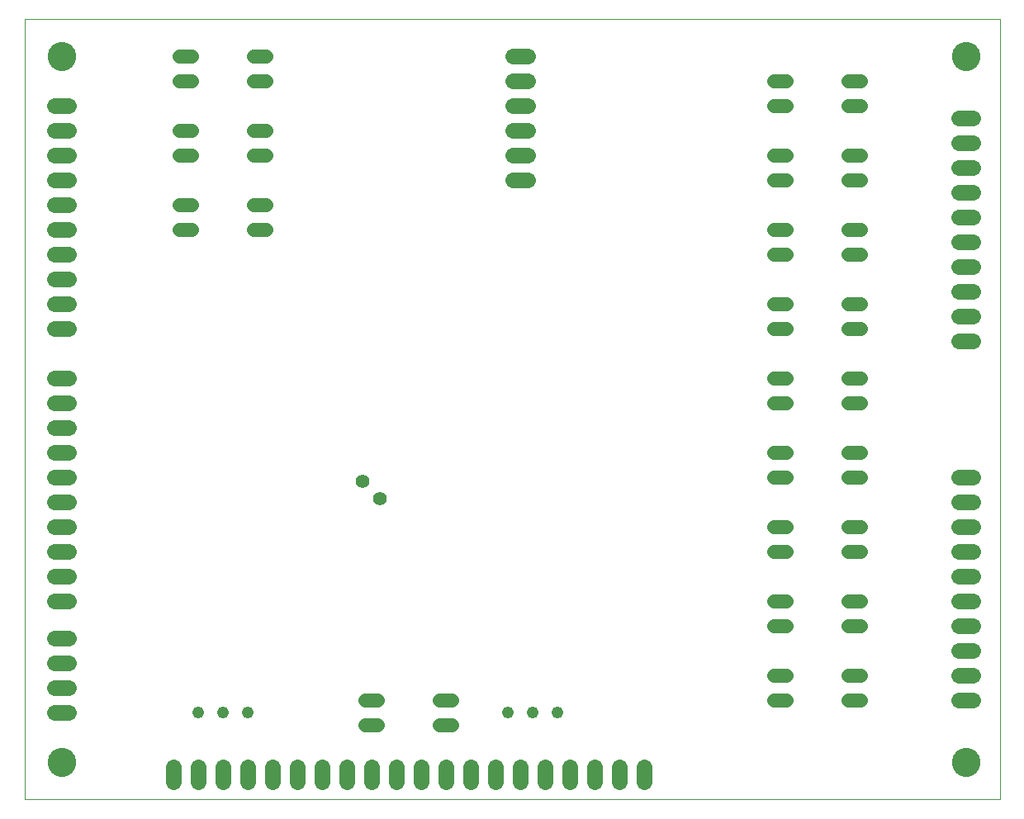
<source format=gbs>
G75*
%MOIN*%
%OFA0B0*%
%FSLAX25Y25*%
%IPPOS*%
%LPD*%
%AMOC8*
5,1,8,0,0,1.08239X$1,22.5*
%
%ADD10C,0.00000*%
%ADD11C,0.05600*%
%ADD12C,0.06400*%
%ADD13C,0.04800*%
%ADD14C,0.05600*%
%ADD15C,0.06337*%
%ADD16C,0.11424*%
D10*
X0008000Y0004500D02*
X0008000Y0319461D01*
X0401701Y0319461D01*
X0401701Y0004500D01*
X0008000Y0004500D01*
X0017488Y0019500D02*
X0017490Y0019648D01*
X0017496Y0019796D01*
X0017506Y0019944D01*
X0017520Y0020091D01*
X0017538Y0020238D01*
X0017559Y0020384D01*
X0017585Y0020530D01*
X0017615Y0020675D01*
X0017648Y0020819D01*
X0017686Y0020962D01*
X0017727Y0021104D01*
X0017772Y0021245D01*
X0017820Y0021385D01*
X0017873Y0021524D01*
X0017929Y0021661D01*
X0017989Y0021796D01*
X0018052Y0021930D01*
X0018119Y0022062D01*
X0018190Y0022192D01*
X0018264Y0022320D01*
X0018341Y0022446D01*
X0018422Y0022570D01*
X0018506Y0022692D01*
X0018593Y0022811D01*
X0018684Y0022928D01*
X0018778Y0023043D01*
X0018874Y0023155D01*
X0018974Y0023265D01*
X0019076Y0023371D01*
X0019182Y0023475D01*
X0019290Y0023576D01*
X0019401Y0023674D01*
X0019514Y0023770D01*
X0019630Y0023862D01*
X0019748Y0023951D01*
X0019869Y0024036D01*
X0019992Y0024119D01*
X0020117Y0024198D01*
X0020244Y0024274D01*
X0020373Y0024346D01*
X0020504Y0024415D01*
X0020637Y0024480D01*
X0020772Y0024541D01*
X0020908Y0024599D01*
X0021045Y0024654D01*
X0021184Y0024704D01*
X0021325Y0024751D01*
X0021466Y0024794D01*
X0021609Y0024834D01*
X0021753Y0024869D01*
X0021897Y0024901D01*
X0022043Y0024928D01*
X0022189Y0024952D01*
X0022336Y0024972D01*
X0022483Y0024988D01*
X0022630Y0025000D01*
X0022778Y0025008D01*
X0022926Y0025012D01*
X0023074Y0025012D01*
X0023222Y0025008D01*
X0023370Y0025000D01*
X0023517Y0024988D01*
X0023664Y0024972D01*
X0023811Y0024952D01*
X0023957Y0024928D01*
X0024103Y0024901D01*
X0024247Y0024869D01*
X0024391Y0024834D01*
X0024534Y0024794D01*
X0024675Y0024751D01*
X0024816Y0024704D01*
X0024955Y0024654D01*
X0025092Y0024599D01*
X0025228Y0024541D01*
X0025363Y0024480D01*
X0025496Y0024415D01*
X0025627Y0024346D01*
X0025756Y0024274D01*
X0025883Y0024198D01*
X0026008Y0024119D01*
X0026131Y0024036D01*
X0026252Y0023951D01*
X0026370Y0023862D01*
X0026486Y0023770D01*
X0026599Y0023674D01*
X0026710Y0023576D01*
X0026818Y0023475D01*
X0026924Y0023371D01*
X0027026Y0023265D01*
X0027126Y0023155D01*
X0027222Y0023043D01*
X0027316Y0022928D01*
X0027407Y0022811D01*
X0027494Y0022692D01*
X0027578Y0022570D01*
X0027659Y0022446D01*
X0027736Y0022320D01*
X0027810Y0022192D01*
X0027881Y0022062D01*
X0027948Y0021930D01*
X0028011Y0021796D01*
X0028071Y0021661D01*
X0028127Y0021524D01*
X0028180Y0021385D01*
X0028228Y0021245D01*
X0028273Y0021104D01*
X0028314Y0020962D01*
X0028352Y0020819D01*
X0028385Y0020675D01*
X0028415Y0020530D01*
X0028441Y0020384D01*
X0028462Y0020238D01*
X0028480Y0020091D01*
X0028494Y0019944D01*
X0028504Y0019796D01*
X0028510Y0019648D01*
X0028512Y0019500D01*
X0028510Y0019352D01*
X0028504Y0019204D01*
X0028494Y0019056D01*
X0028480Y0018909D01*
X0028462Y0018762D01*
X0028441Y0018616D01*
X0028415Y0018470D01*
X0028385Y0018325D01*
X0028352Y0018181D01*
X0028314Y0018038D01*
X0028273Y0017896D01*
X0028228Y0017755D01*
X0028180Y0017615D01*
X0028127Y0017476D01*
X0028071Y0017339D01*
X0028011Y0017204D01*
X0027948Y0017070D01*
X0027881Y0016938D01*
X0027810Y0016808D01*
X0027736Y0016680D01*
X0027659Y0016554D01*
X0027578Y0016430D01*
X0027494Y0016308D01*
X0027407Y0016189D01*
X0027316Y0016072D01*
X0027222Y0015957D01*
X0027126Y0015845D01*
X0027026Y0015735D01*
X0026924Y0015629D01*
X0026818Y0015525D01*
X0026710Y0015424D01*
X0026599Y0015326D01*
X0026486Y0015230D01*
X0026370Y0015138D01*
X0026252Y0015049D01*
X0026131Y0014964D01*
X0026008Y0014881D01*
X0025883Y0014802D01*
X0025756Y0014726D01*
X0025627Y0014654D01*
X0025496Y0014585D01*
X0025363Y0014520D01*
X0025228Y0014459D01*
X0025092Y0014401D01*
X0024955Y0014346D01*
X0024816Y0014296D01*
X0024675Y0014249D01*
X0024534Y0014206D01*
X0024391Y0014166D01*
X0024247Y0014131D01*
X0024103Y0014099D01*
X0023957Y0014072D01*
X0023811Y0014048D01*
X0023664Y0014028D01*
X0023517Y0014012D01*
X0023370Y0014000D01*
X0023222Y0013992D01*
X0023074Y0013988D01*
X0022926Y0013988D01*
X0022778Y0013992D01*
X0022630Y0014000D01*
X0022483Y0014012D01*
X0022336Y0014028D01*
X0022189Y0014048D01*
X0022043Y0014072D01*
X0021897Y0014099D01*
X0021753Y0014131D01*
X0021609Y0014166D01*
X0021466Y0014206D01*
X0021325Y0014249D01*
X0021184Y0014296D01*
X0021045Y0014346D01*
X0020908Y0014401D01*
X0020772Y0014459D01*
X0020637Y0014520D01*
X0020504Y0014585D01*
X0020373Y0014654D01*
X0020244Y0014726D01*
X0020117Y0014802D01*
X0019992Y0014881D01*
X0019869Y0014964D01*
X0019748Y0015049D01*
X0019630Y0015138D01*
X0019514Y0015230D01*
X0019401Y0015326D01*
X0019290Y0015424D01*
X0019182Y0015525D01*
X0019076Y0015629D01*
X0018974Y0015735D01*
X0018874Y0015845D01*
X0018778Y0015957D01*
X0018684Y0016072D01*
X0018593Y0016189D01*
X0018506Y0016308D01*
X0018422Y0016430D01*
X0018341Y0016554D01*
X0018264Y0016680D01*
X0018190Y0016808D01*
X0018119Y0016938D01*
X0018052Y0017070D01*
X0017989Y0017204D01*
X0017929Y0017339D01*
X0017873Y0017476D01*
X0017820Y0017615D01*
X0017772Y0017755D01*
X0017727Y0017896D01*
X0017686Y0018038D01*
X0017648Y0018181D01*
X0017615Y0018325D01*
X0017585Y0018470D01*
X0017559Y0018616D01*
X0017538Y0018762D01*
X0017520Y0018909D01*
X0017506Y0019056D01*
X0017496Y0019204D01*
X0017490Y0019352D01*
X0017488Y0019500D01*
X0017488Y0304500D02*
X0017490Y0304648D01*
X0017496Y0304796D01*
X0017506Y0304944D01*
X0017520Y0305091D01*
X0017538Y0305238D01*
X0017559Y0305384D01*
X0017585Y0305530D01*
X0017615Y0305675D01*
X0017648Y0305819D01*
X0017686Y0305962D01*
X0017727Y0306104D01*
X0017772Y0306245D01*
X0017820Y0306385D01*
X0017873Y0306524D01*
X0017929Y0306661D01*
X0017989Y0306796D01*
X0018052Y0306930D01*
X0018119Y0307062D01*
X0018190Y0307192D01*
X0018264Y0307320D01*
X0018341Y0307446D01*
X0018422Y0307570D01*
X0018506Y0307692D01*
X0018593Y0307811D01*
X0018684Y0307928D01*
X0018778Y0308043D01*
X0018874Y0308155D01*
X0018974Y0308265D01*
X0019076Y0308371D01*
X0019182Y0308475D01*
X0019290Y0308576D01*
X0019401Y0308674D01*
X0019514Y0308770D01*
X0019630Y0308862D01*
X0019748Y0308951D01*
X0019869Y0309036D01*
X0019992Y0309119D01*
X0020117Y0309198D01*
X0020244Y0309274D01*
X0020373Y0309346D01*
X0020504Y0309415D01*
X0020637Y0309480D01*
X0020772Y0309541D01*
X0020908Y0309599D01*
X0021045Y0309654D01*
X0021184Y0309704D01*
X0021325Y0309751D01*
X0021466Y0309794D01*
X0021609Y0309834D01*
X0021753Y0309869D01*
X0021897Y0309901D01*
X0022043Y0309928D01*
X0022189Y0309952D01*
X0022336Y0309972D01*
X0022483Y0309988D01*
X0022630Y0310000D01*
X0022778Y0310008D01*
X0022926Y0310012D01*
X0023074Y0310012D01*
X0023222Y0310008D01*
X0023370Y0310000D01*
X0023517Y0309988D01*
X0023664Y0309972D01*
X0023811Y0309952D01*
X0023957Y0309928D01*
X0024103Y0309901D01*
X0024247Y0309869D01*
X0024391Y0309834D01*
X0024534Y0309794D01*
X0024675Y0309751D01*
X0024816Y0309704D01*
X0024955Y0309654D01*
X0025092Y0309599D01*
X0025228Y0309541D01*
X0025363Y0309480D01*
X0025496Y0309415D01*
X0025627Y0309346D01*
X0025756Y0309274D01*
X0025883Y0309198D01*
X0026008Y0309119D01*
X0026131Y0309036D01*
X0026252Y0308951D01*
X0026370Y0308862D01*
X0026486Y0308770D01*
X0026599Y0308674D01*
X0026710Y0308576D01*
X0026818Y0308475D01*
X0026924Y0308371D01*
X0027026Y0308265D01*
X0027126Y0308155D01*
X0027222Y0308043D01*
X0027316Y0307928D01*
X0027407Y0307811D01*
X0027494Y0307692D01*
X0027578Y0307570D01*
X0027659Y0307446D01*
X0027736Y0307320D01*
X0027810Y0307192D01*
X0027881Y0307062D01*
X0027948Y0306930D01*
X0028011Y0306796D01*
X0028071Y0306661D01*
X0028127Y0306524D01*
X0028180Y0306385D01*
X0028228Y0306245D01*
X0028273Y0306104D01*
X0028314Y0305962D01*
X0028352Y0305819D01*
X0028385Y0305675D01*
X0028415Y0305530D01*
X0028441Y0305384D01*
X0028462Y0305238D01*
X0028480Y0305091D01*
X0028494Y0304944D01*
X0028504Y0304796D01*
X0028510Y0304648D01*
X0028512Y0304500D01*
X0028510Y0304352D01*
X0028504Y0304204D01*
X0028494Y0304056D01*
X0028480Y0303909D01*
X0028462Y0303762D01*
X0028441Y0303616D01*
X0028415Y0303470D01*
X0028385Y0303325D01*
X0028352Y0303181D01*
X0028314Y0303038D01*
X0028273Y0302896D01*
X0028228Y0302755D01*
X0028180Y0302615D01*
X0028127Y0302476D01*
X0028071Y0302339D01*
X0028011Y0302204D01*
X0027948Y0302070D01*
X0027881Y0301938D01*
X0027810Y0301808D01*
X0027736Y0301680D01*
X0027659Y0301554D01*
X0027578Y0301430D01*
X0027494Y0301308D01*
X0027407Y0301189D01*
X0027316Y0301072D01*
X0027222Y0300957D01*
X0027126Y0300845D01*
X0027026Y0300735D01*
X0026924Y0300629D01*
X0026818Y0300525D01*
X0026710Y0300424D01*
X0026599Y0300326D01*
X0026486Y0300230D01*
X0026370Y0300138D01*
X0026252Y0300049D01*
X0026131Y0299964D01*
X0026008Y0299881D01*
X0025883Y0299802D01*
X0025756Y0299726D01*
X0025627Y0299654D01*
X0025496Y0299585D01*
X0025363Y0299520D01*
X0025228Y0299459D01*
X0025092Y0299401D01*
X0024955Y0299346D01*
X0024816Y0299296D01*
X0024675Y0299249D01*
X0024534Y0299206D01*
X0024391Y0299166D01*
X0024247Y0299131D01*
X0024103Y0299099D01*
X0023957Y0299072D01*
X0023811Y0299048D01*
X0023664Y0299028D01*
X0023517Y0299012D01*
X0023370Y0299000D01*
X0023222Y0298992D01*
X0023074Y0298988D01*
X0022926Y0298988D01*
X0022778Y0298992D01*
X0022630Y0299000D01*
X0022483Y0299012D01*
X0022336Y0299028D01*
X0022189Y0299048D01*
X0022043Y0299072D01*
X0021897Y0299099D01*
X0021753Y0299131D01*
X0021609Y0299166D01*
X0021466Y0299206D01*
X0021325Y0299249D01*
X0021184Y0299296D01*
X0021045Y0299346D01*
X0020908Y0299401D01*
X0020772Y0299459D01*
X0020637Y0299520D01*
X0020504Y0299585D01*
X0020373Y0299654D01*
X0020244Y0299726D01*
X0020117Y0299802D01*
X0019992Y0299881D01*
X0019869Y0299964D01*
X0019748Y0300049D01*
X0019630Y0300138D01*
X0019514Y0300230D01*
X0019401Y0300326D01*
X0019290Y0300424D01*
X0019182Y0300525D01*
X0019076Y0300629D01*
X0018974Y0300735D01*
X0018874Y0300845D01*
X0018778Y0300957D01*
X0018684Y0301072D01*
X0018593Y0301189D01*
X0018506Y0301308D01*
X0018422Y0301430D01*
X0018341Y0301554D01*
X0018264Y0301680D01*
X0018190Y0301808D01*
X0018119Y0301938D01*
X0018052Y0302070D01*
X0017989Y0302204D01*
X0017929Y0302339D01*
X0017873Y0302476D01*
X0017820Y0302615D01*
X0017772Y0302755D01*
X0017727Y0302896D01*
X0017686Y0303038D01*
X0017648Y0303181D01*
X0017615Y0303325D01*
X0017585Y0303470D01*
X0017559Y0303616D01*
X0017538Y0303762D01*
X0017520Y0303909D01*
X0017506Y0304056D01*
X0017496Y0304204D01*
X0017490Y0304352D01*
X0017488Y0304500D01*
X0382488Y0304500D02*
X0382490Y0304648D01*
X0382496Y0304796D01*
X0382506Y0304944D01*
X0382520Y0305091D01*
X0382538Y0305238D01*
X0382559Y0305384D01*
X0382585Y0305530D01*
X0382615Y0305675D01*
X0382648Y0305819D01*
X0382686Y0305962D01*
X0382727Y0306104D01*
X0382772Y0306245D01*
X0382820Y0306385D01*
X0382873Y0306524D01*
X0382929Y0306661D01*
X0382989Y0306796D01*
X0383052Y0306930D01*
X0383119Y0307062D01*
X0383190Y0307192D01*
X0383264Y0307320D01*
X0383341Y0307446D01*
X0383422Y0307570D01*
X0383506Y0307692D01*
X0383593Y0307811D01*
X0383684Y0307928D01*
X0383778Y0308043D01*
X0383874Y0308155D01*
X0383974Y0308265D01*
X0384076Y0308371D01*
X0384182Y0308475D01*
X0384290Y0308576D01*
X0384401Y0308674D01*
X0384514Y0308770D01*
X0384630Y0308862D01*
X0384748Y0308951D01*
X0384869Y0309036D01*
X0384992Y0309119D01*
X0385117Y0309198D01*
X0385244Y0309274D01*
X0385373Y0309346D01*
X0385504Y0309415D01*
X0385637Y0309480D01*
X0385772Y0309541D01*
X0385908Y0309599D01*
X0386045Y0309654D01*
X0386184Y0309704D01*
X0386325Y0309751D01*
X0386466Y0309794D01*
X0386609Y0309834D01*
X0386753Y0309869D01*
X0386897Y0309901D01*
X0387043Y0309928D01*
X0387189Y0309952D01*
X0387336Y0309972D01*
X0387483Y0309988D01*
X0387630Y0310000D01*
X0387778Y0310008D01*
X0387926Y0310012D01*
X0388074Y0310012D01*
X0388222Y0310008D01*
X0388370Y0310000D01*
X0388517Y0309988D01*
X0388664Y0309972D01*
X0388811Y0309952D01*
X0388957Y0309928D01*
X0389103Y0309901D01*
X0389247Y0309869D01*
X0389391Y0309834D01*
X0389534Y0309794D01*
X0389675Y0309751D01*
X0389816Y0309704D01*
X0389955Y0309654D01*
X0390092Y0309599D01*
X0390228Y0309541D01*
X0390363Y0309480D01*
X0390496Y0309415D01*
X0390627Y0309346D01*
X0390756Y0309274D01*
X0390883Y0309198D01*
X0391008Y0309119D01*
X0391131Y0309036D01*
X0391252Y0308951D01*
X0391370Y0308862D01*
X0391486Y0308770D01*
X0391599Y0308674D01*
X0391710Y0308576D01*
X0391818Y0308475D01*
X0391924Y0308371D01*
X0392026Y0308265D01*
X0392126Y0308155D01*
X0392222Y0308043D01*
X0392316Y0307928D01*
X0392407Y0307811D01*
X0392494Y0307692D01*
X0392578Y0307570D01*
X0392659Y0307446D01*
X0392736Y0307320D01*
X0392810Y0307192D01*
X0392881Y0307062D01*
X0392948Y0306930D01*
X0393011Y0306796D01*
X0393071Y0306661D01*
X0393127Y0306524D01*
X0393180Y0306385D01*
X0393228Y0306245D01*
X0393273Y0306104D01*
X0393314Y0305962D01*
X0393352Y0305819D01*
X0393385Y0305675D01*
X0393415Y0305530D01*
X0393441Y0305384D01*
X0393462Y0305238D01*
X0393480Y0305091D01*
X0393494Y0304944D01*
X0393504Y0304796D01*
X0393510Y0304648D01*
X0393512Y0304500D01*
X0393510Y0304352D01*
X0393504Y0304204D01*
X0393494Y0304056D01*
X0393480Y0303909D01*
X0393462Y0303762D01*
X0393441Y0303616D01*
X0393415Y0303470D01*
X0393385Y0303325D01*
X0393352Y0303181D01*
X0393314Y0303038D01*
X0393273Y0302896D01*
X0393228Y0302755D01*
X0393180Y0302615D01*
X0393127Y0302476D01*
X0393071Y0302339D01*
X0393011Y0302204D01*
X0392948Y0302070D01*
X0392881Y0301938D01*
X0392810Y0301808D01*
X0392736Y0301680D01*
X0392659Y0301554D01*
X0392578Y0301430D01*
X0392494Y0301308D01*
X0392407Y0301189D01*
X0392316Y0301072D01*
X0392222Y0300957D01*
X0392126Y0300845D01*
X0392026Y0300735D01*
X0391924Y0300629D01*
X0391818Y0300525D01*
X0391710Y0300424D01*
X0391599Y0300326D01*
X0391486Y0300230D01*
X0391370Y0300138D01*
X0391252Y0300049D01*
X0391131Y0299964D01*
X0391008Y0299881D01*
X0390883Y0299802D01*
X0390756Y0299726D01*
X0390627Y0299654D01*
X0390496Y0299585D01*
X0390363Y0299520D01*
X0390228Y0299459D01*
X0390092Y0299401D01*
X0389955Y0299346D01*
X0389816Y0299296D01*
X0389675Y0299249D01*
X0389534Y0299206D01*
X0389391Y0299166D01*
X0389247Y0299131D01*
X0389103Y0299099D01*
X0388957Y0299072D01*
X0388811Y0299048D01*
X0388664Y0299028D01*
X0388517Y0299012D01*
X0388370Y0299000D01*
X0388222Y0298992D01*
X0388074Y0298988D01*
X0387926Y0298988D01*
X0387778Y0298992D01*
X0387630Y0299000D01*
X0387483Y0299012D01*
X0387336Y0299028D01*
X0387189Y0299048D01*
X0387043Y0299072D01*
X0386897Y0299099D01*
X0386753Y0299131D01*
X0386609Y0299166D01*
X0386466Y0299206D01*
X0386325Y0299249D01*
X0386184Y0299296D01*
X0386045Y0299346D01*
X0385908Y0299401D01*
X0385772Y0299459D01*
X0385637Y0299520D01*
X0385504Y0299585D01*
X0385373Y0299654D01*
X0385244Y0299726D01*
X0385117Y0299802D01*
X0384992Y0299881D01*
X0384869Y0299964D01*
X0384748Y0300049D01*
X0384630Y0300138D01*
X0384514Y0300230D01*
X0384401Y0300326D01*
X0384290Y0300424D01*
X0384182Y0300525D01*
X0384076Y0300629D01*
X0383974Y0300735D01*
X0383874Y0300845D01*
X0383778Y0300957D01*
X0383684Y0301072D01*
X0383593Y0301189D01*
X0383506Y0301308D01*
X0383422Y0301430D01*
X0383341Y0301554D01*
X0383264Y0301680D01*
X0383190Y0301808D01*
X0383119Y0301938D01*
X0383052Y0302070D01*
X0382989Y0302204D01*
X0382929Y0302339D01*
X0382873Y0302476D01*
X0382820Y0302615D01*
X0382772Y0302755D01*
X0382727Y0302896D01*
X0382686Y0303038D01*
X0382648Y0303181D01*
X0382615Y0303325D01*
X0382585Y0303470D01*
X0382559Y0303616D01*
X0382538Y0303762D01*
X0382520Y0303909D01*
X0382506Y0304056D01*
X0382496Y0304204D01*
X0382490Y0304352D01*
X0382488Y0304500D01*
X0382488Y0019500D02*
X0382490Y0019648D01*
X0382496Y0019796D01*
X0382506Y0019944D01*
X0382520Y0020091D01*
X0382538Y0020238D01*
X0382559Y0020384D01*
X0382585Y0020530D01*
X0382615Y0020675D01*
X0382648Y0020819D01*
X0382686Y0020962D01*
X0382727Y0021104D01*
X0382772Y0021245D01*
X0382820Y0021385D01*
X0382873Y0021524D01*
X0382929Y0021661D01*
X0382989Y0021796D01*
X0383052Y0021930D01*
X0383119Y0022062D01*
X0383190Y0022192D01*
X0383264Y0022320D01*
X0383341Y0022446D01*
X0383422Y0022570D01*
X0383506Y0022692D01*
X0383593Y0022811D01*
X0383684Y0022928D01*
X0383778Y0023043D01*
X0383874Y0023155D01*
X0383974Y0023265D01*
X0384076Y0023371D01*
X0384182Y0023475D01*
X0384290Y0023576D01*
X0384401Y0023674D01*
X0384514Y0023770D01*
X0384630Y0023862D01*
X0384748Y0023951D01*
X0384869Y0024036D01*
X0384992Y0024119D01*
X0385117Y0024198D01*
X0385244Y0024274D01*
X0385373Y0024346D01*
X0385504Y0024415D01*
X0385637Y0024480D01*
X0385772Y0024541D01*
X0385908Y0024599D01*
X0386045Y0024654D01*
X0386184Y0024704D01*
X0386325Y0024751D01*
X0386466Y0024794D01*
X0386609Y0024834D01*
X0386753Y0024869D01*
X0386897Y0024901D01*
X0387043Y0024928D01*
X0387189Y0024952D01*
X0387336Y0024972D01*
X0387483Y0024988D01*
X0387630Y0025000D01*
X0387778Y0025008D01*
X0387926Y0025012D01*
X0388074Y0025012D01*
X0388222Y0025008D01*
X0388370Y0025000D01*
X0388517Y0024988D01*
X0388664Y0024972D01*
X0388811Y0024952D01*
X0388957Y0024928D01*
X0389103Y0024901D01*
X0389247Y0024869D01*
X0389391Y0024834D01*
X0389534Y0024794D01*
X0389675Y0024751D01*
X0389816Y0024704D01*
X0389955Y0024654D01*
X0390092Y0024599D01*
X0390228Y0024541D01*
X0390363Y0024480D01*
X0390496Y0024415D01*
X0390627Y0024346D01*
X0390756Y0024274D01*
X0390883Y0024198D01*
X0391008Y0024119D01*
X0391131Y0024036D01*
X0391252Y0023951D01*
X0391370Y0023862D01*
X0391486Y0023770D01*
X0391599Y0023674D01*
X0391710Y0023576D01*
X0391818Y0023475D01*
X0391924Y0023371D01*
X0392026Y0023265D01*
X0392126Y0023155D01*
X0392222Y0023043D01*
X0392316Y0022928D01*
X0392407Y0022811D01*
X0392494Y0022692D01*
X0392578Y0022570D01*
X0392659Y0022446D01*
X0392736Y0022320D01*
X0392810Y0022192D01*
X0392881Y0022062D01*
X0392948Y0021930D01*
X0393011Y0021796D01*
X0393071Y0021661D01*
X0393127Y0021524D01*
X0393180Y0021385D01*
X0393228Y0021245D01*
X0393273Y0021104D01*
X0393314Y0020962D01*
X0393352Y0020819D01*
X0393385Y0020675D01*
X0393415Y0020530D01*
X0393441Y0020384D01*
X0393462Y0020238D01*
X0393480Y0020091D01*
X0393494Y0019944D01*
X0393504Y0019796D01*
X0393510Y0019648D01*
X0393512Y0019500D01*
X0393510Y0019352D01*
X0393504Y0019204D01*
X0393494Y0019056D01*
X0393480Y0018909D01*
X0393462Y0018762D01*
X0393441Y0018616D01*
X0393415Y0018470D01*
X0393385Y0018325D01*
X0393352Y0018181D01*
X0393314Y0018038D01*
X0393273Y0017896D01*
X0393228Y0017755D01*
X0393180Y0017615D01*
X0393127Y0017476D01*
X0393071Y0017339D01*
X0393011Y0017204D01*
X0392948Y0017070D01*
X0392881Y0016938D01*
X0392810Y0016808D01*
X0392736Y0016680D01*
X0392659Y0016554D01*
X0392578Y0016430D01*
X0392494Y0016308D01*
X0392407Y0016189D01*
X0392316Y0016072D01*
X0392222Y0015957D01*
X0392126Y0015845D01*
X0392026Y0015735D01*
X0391924Y0015629D01*
X0391818Y0015525D01*
X0391710Y0015424D01*
X0391599Y0015326D01*
X0391486Y0015230D01*
X0391370Y0015138D01*
X0391252Y0015049D01*
X0391131Y0014964D01*
X0391008Y0014881D01*
X0390883Y0014802D01*
X0390756Y0014726D01*
X0390627Y0014654D01*
X0390496Y0014585D01*
X0390363Y0014520D01*
X0390228Y0014459D01*
X0390092Y0014401D01*
X0389955Y0014346D01*
X0389816Y0014296D01*
X0389675Y0014249D01*
X0389534Y0014206D01*
X0389391Y0014166D01*
X0389247Y0014131D01*
X0389103Y0014099D01*
X0388957Y0014072D01*
X0388811Y0014048D01*
X0388664Y0014028D01*
X0388517Y0014012D01*
X0388370Y0014000D01*
X0388222Y0013992D01*
X0388074Y0013988D01*
X0387926Y0013988D01*
X0387778Y0013992D01*
X0387630Y0014000D01*
X0387483Y0014012D01*
X0387336Y0014028D01*
X0387189Y0014048D01*
X0387043Y0014072D01*
X0386897Y0014099D01*
X0386753Y0014131D01*
X0386609Y0014166D01*
X0386466Y0014206D01*
X0386325Y0014249D01*
X0386184Y0014296D01*
X0386045Y0014346D01*
X0385908Y0014401D01*
X0385772Y0014459D01*
X0385637Y0014520D01*
X0385504Y0014585D01*
X0385373Y0014654D01*
X0385244Y0014726D01*
X0385117Y0014802D01*
X0384992Y0014881D01*
X0384869Y0014964D01*
X0384748Y0015049D01*
X0384630Y0015138D01*
X0384514Y0015230D01*
X0384401Y0015326D01*
X0384290Y0015424D01*
X0384182Y0015525D01*
X0384076Y0015629D01*
X0383974Y0015735D01*
X0383874Y0015845D01*
X0383778Y0015957D01*
X0383684Y0016072D01*
X0383593Y0016189D01*
X0383506Y0016308D01*
X0383422Y0016430D01*
X0383341Y0016554D01*
X0383264Y0016680D01*
X0383190Y0016808D01*
X0383119Y0016938D01*
X0383052Y0017070D01*
X0382989Y0017204D01*
X0382929Y0017339D01*
X0382873Y0017476D01*
X0382820Y0017615D01*
X0382772Y0017755D01*
X0382727Y0017896D01*
X0382686Y0018038D01*
X0382648Y0018181D01*
X0382615Y0018325D01*
X0382585Y0018470D01*
X0382559Y0018616D01*
X0382538Y0018762D01*
X0382520Y0018909D01*
X0382506Y0019056D01*
X0382496Y0019204D01*
X0382490Y0019352D01*
X0382488Y0019500D01*
D11*
X0345600Y0044500D02*
X0340400Y0044500D01*
X0340400Y0054500D02*
X0345600Y0054500D01*
X0345600Y0074500D02*
X0340400Y0074500D01*
X0340400Y0084500D02*
X0345600Y0084500D01*
X0345600Y0104500D02*
X0340400Y0104500D01*
X0340400Y0114500D02*
X0345600Y0114500D01*
X0345600Y0134500D02*
X0340400Y0134500D01*
X0340400Y0144500D02*
X0345600Y0144500D01*
X0345600Y0164500D02*
X0340400Y0164500D01*
X0340400Y0174500D02*
X0345600Y0174500D01*
X0345600Y0194500D02*
X0340400Y0194500D01*
X0340400Y0204500D02*
X0345600Y0204500D01*
X0345600Y0224500D02*
X0340400Y0224500D01*
X0340400Y0234500D02*
X0345600Y0234500D01*
X0345600Y0254500D02*
X0340400Y0254500D01*
X0340400Y0264500D02*
X0345600Y0264500D01*
X0345600Y0284500D02*
X0340400Y0284500D01*
X0340400Y0294500D02*
X0345600Y0294500D01*
X0315600Y0294500D02*
X0310400Y0294500D01*
X0310400Y0284500D02*
X0315600Y0284500D01*
X0315600Y0264500D02*
X0310400Y0264500D01*
X0310400Y0254500D02*
X0315600Y0254500D01*
X0315600Y0234500D02*
X0310400Y0234500D01*
X0310400Y0224500D02*
X0315600Y0224500D01*
X0315600Y0204500D02*
X0310400Y0204500D01*
X0310400Y0194500D02*
X0315600Y0194500D01*
X0315600Y0174500D02*
X0310400Y0174500D01*
X0310400Y0164500D02*
X0315600Y0164500D01*
X0315600Y0144500D02*
X0310400Y0144500D01*
X0310400Y0134500D02*
X0315600Y0134500D01*
X0315600Y0114500D02*
X0310400Y0114500D01*
X0310400Y0104500D02*
X0315600Y0104500D01*
X0315600Y0084500D02*
X0310400Y0084500D01*
X0310400Y0074500D02*
X0315600Y0074500D01*
X0315600Y0054500D02*
X0310400Y0054500D01*
X0310400Y0044500D02*
X0315600Y0044500D01*
X0180600Y0044500D02*
X0175400Y0044500D01*
X0175400Y0034500D02*
X0180600Y0034500D01*
X0150600Y0034500D02*
X0145400Y0034500D01*
X0145400Y0044500D02*
X0150600Y0044500D01*
X0105600Y0234500D02*
X0100400Y0234500D01*
X0100400Y0244500D02*
X0105600Y0244500D01*
X0105600Y0264500D02*
X0100400Y0264500D01*
X0100400Y0274500D02*
X0105600Y0274500D01*
X0105600Y0294500D02*
X0100400Y0294500D01*
X0100400Y0304500D02*
X0105600Y0304500D01*
X0075600Y0304500D02*
X0070400Y0304500D01*
X0070400Y0294500D02*
X0075600Y0294500D01*
X0075600Y0274500D02*
X0070400Y0274500D01*
X0070400Y0264500D02*
X0075600Y0264500D01*
X0075600Y0244500D02*
X0070400Y0244500D01*
X0070400Y0234500D02*
X0075600Y0234500D01*
D12*
X0205000Y0254500D02*
X0211000Y0254500D01*
X0211000Y0264500D02*
X0205000Y0264500D01*
X0205000Y0274500D02*
X0211000Y0274500D01*
X0211000Y0284500D02*
X0205000Y0284500D01*
X0205000Y0294500D02*
X0211000Y0294500D01*
X0211000Y0304500D02*
X0205000Y0304500D01*
X0208000Y0017500D02*
X0208000Y0011500D01*
X0198000Y0011500D02*
X0198000Y0017500D01*
X0188000Y0017500D02*
X0188000Y0011500D01*
X0178000Y0011500D02*
X0178000Y0017500D01*
X0168000Y0017500D02*
X0168000Y0011500D01*
X0158000Y0011500D02*
X0158000Y0017500D01*
X0148000Y0017500D02*
X0148000Y0011500D01*
X0138000Y0011500D02*
X0138000Y0017500D01*
X0128000Y0017500D02*
X0128000Y0011500D01*
X0118000Y0011500D02*
X0118000Y0017500D01*
X0108000Y0017500D02*
X0108000Y0011500D01*
X0098000Y0011500D02*
X0098000Y0017500D01*
X0088000Y0017500D02*
X0088000Y0011500D01*
X0078000Y0011500D02*
X0078000Y0017500D01*
X0068000Y0017500D02*
X0068000Y0011500D01*
X0218000Y0011500D02*
X0218000Y0017500D01*
X0228000Y0017500D02*
X0228000Y0011500D01*
X0238000Y0011500D02*
X0238000Y0017500D01*
X0248000Y0017500D02*
X0248000Y0011500D01*
X0258000Y0011500D02*
X0258000Y0017500D01*
D13*
X0223000Y0039500D03*
X0213000Y0039500D03*
X0203000Y0039500D03*
X0098000Y0039500D03*
X0088000Y0039500D03*
X0078000Y0039500D03*
D14*
X0151536Y0125964D03*
X0144464Y0133036D03*
D15*
X0025969Y0134500D02*
X0020031Y0134500D01*
X0020031Y0124500D02*
X0025969Y0124500D01*
X0025969Y0114500D02*
X0020031Y0114500D01*
X0020031Y0104500D02*
X0025969Y0104500D01*
X0025969Y0094500D02*
X0020031Y0094500D01*
X0020031Y0084500D02*
X0025969Y0084500D01*
X0025969Y0069500D02*
X0020031Y0069500D01*
X0020031Y0059500D02*
X0025969Y0059500D01*
X0025969Y0049500D02*
X0020031Y0049500D01*
X0020031Y0039500D02*
X0025969Y0039500D01*
X0025969Y0144500D02*
X0020031Y0144500D01*
X0020031Y0154500D02*
X0025969Y0154500D01*
X0025969Y0164500D02*
X0020031Y0164500D01*
X0020031Y0174500D02*
X0025969Y0174500D01*
X0025969Y0194500D02*
X0020031Y0194500D01*
X0020031Y0204500D02*
X0025969Y0204500D01*
X0025969Y0214500D02*
X0020031Y0214500D01*
X0020031Y0224500D02*
X0025969Y0224500D01*
X0025969Y0234500D02*
X0020031Y0234500D01*
X0020031Y0244500D02*
X0025969Y0244500D01*
X0025969Y0254500D02*
X0020031Y0254500D01*
X0020031Y0264500D02*
X0025969Y0264500D01*
X0025969Y0274500D02*
X0020031Y0274500D01*
X0020031Y0284500D02*
X0025969Y0284500D01*
X0385031Y0279500D02*
X0390969Y0279500D01*
X0390969Y0269500D02*
X0385031Y0269500D01*
X0385031Y0259500D02*
X0390969Y0259500D01*
X0390969Y0249500D02*
X0385031Y0249500D01*
X0385031Y0239500D02*
X0390969Y0239500D01*
X0390969Y0229500D02*
X0385031Y0229500D01*
X0385031Y0219500D02*
X0390969Y0219500D01*
X0390969Y0209500D02*
X0385031Y0209500D01*
X0385031Y0199500D02*
X0390969Y0199500D01*
X0390969Y0189500D02*
X0385031Y0189500D01*
X0385031Y0134500D02*
X0390969Y0134500D01*
X0390969Y0124500D02*
X0385031Y0124500D01*
X0385031Y0114500D02*
X0390969Y0114500D01*
X0390969Y0104500D02*
X0385031Y0104500D01*
X0385031Y0094500D02*
X0390969Y0094500D01*
X0390969Y0084500D02*
X0385031Y0084500D01*
X0385031Y0074500D02*
X0390969Y0074500D01*
X0390969Y0064500D02*
X0385031Y0064500D01*
X0385031Y0054500D02*
X0390969Y0054500D01*
X0390969Y0044500D02*
X0385031Y0044500D01*
D16*
X0388000Y0019500D03*
X0388000Y0304500D03*
X0023000Y0304500D03*
X0023000Y0019500D03*
M02*

</source>
